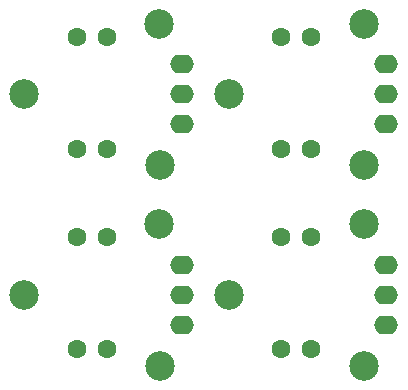
<source format=gbs>
G04 DipTrace 2.3.1.0*
%INOptoSwitch.GBS*%
%MOMM*%
%ADD17C,1.6*%
%ADD19O,2.0X1.6*%
%ADD22C,2.5*%
%FSLAX53Y53*%
G04*
G71*
G90*
G75*
G01*
%LNBotMask*%
%LPD*%
D17*
X29289Y7938D3*
X26749D3*
X29289Y17438D3*
X26749D3*
D19*
X35640Y10001D3*
Y12541D3*
Y15081D3*
D22*
X33735Y18542D3*
Y6542D3*
X22304Y12542D3*
D17*
X11986Y7938D3*
X9446D3*
X11986Y17438D3*
X9446D3*
D19*
X18336Y10001D3*
Y12541D3*
Y15081D3*
D22*
X16431Y18542D3*
X16432Y6542D3*
X5000Y12542D3*
D17*
X11986Y24924D3*
X9446D3*
X11986Y34424D3*
X9446D3*
D19*
X18336Y26988D3*
Y29528D3*
Y32068D3*
D22*
X16431Y35528D3*
X16432Y23528D3*
X5000Y29528D3*
D17*
X29289Y24924D3*
X26749D3*
X29289Y34424D3*
X26749D3*
D19*
X35640Y26988D3*
Y29528D3*
Y32068D3*
D22*
X33735Y35528D3*
Y23528D3*
X22304Y29528D3*
M02*

</source>
